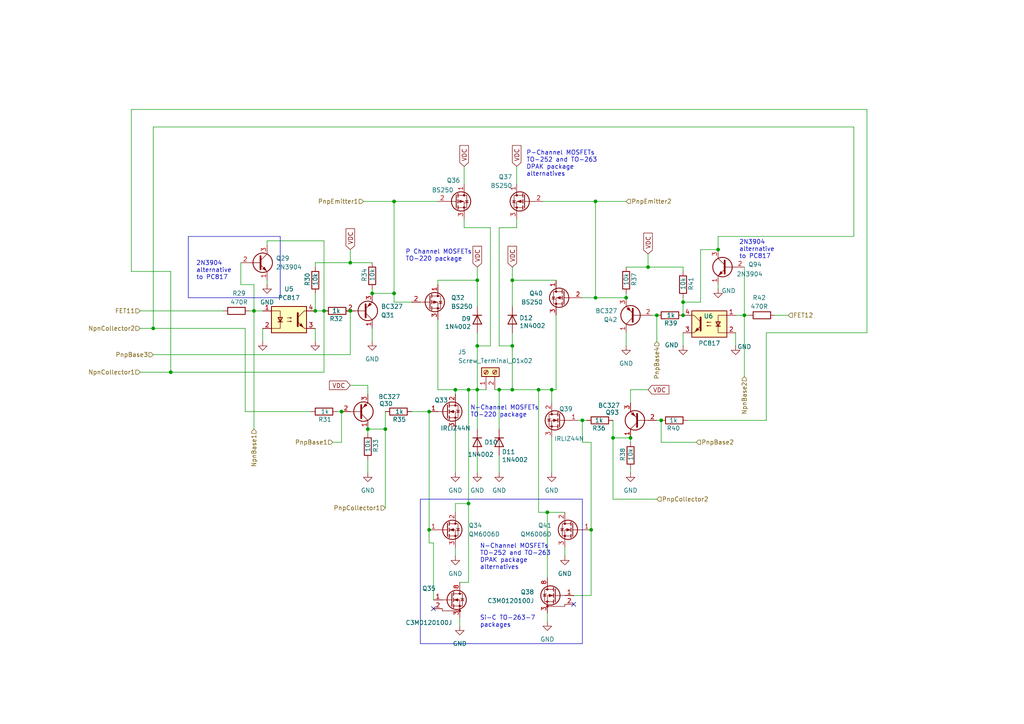
<source format=kicad_sch>
(kicad_sch (version 20250114) (generator "eeschema") (generator_version "9.0")
  (paper "A4")
  (lib_symbols
    (symbol "Connector:Screw_Terminal_01x02" (pin_names (offset 1.016) (hide yes))
      (property "Reference" "J" (at 0 2.54 0))
      (property "Value" "Screw_Terminal_01x02" (at 0 -5.08 0))
      (symbol "Screw_Terminal_01x02_1_1"
        (rectangle (start -1.27 1.27) (end 1.27 -3.81) (stroke (width 0.254)) (fill (type background)))
        (polyline (pts (xy -0.5334 0.3302) (xy 0.3302 -0.508)) (stroke (width 0.1524)))
        (polyline (pts (xy -0.5334 -2.2098) (xy 0.3302 -3.048)) (stroke (width 0.1524)))
        (polyline (pts (xy -0.3556 0.508) (xy 0.508 -0.3302)) (stroke (width 0.1524)))
        (polyline (pts (xy -0.3556 -2.032) (xy 0.508 -2.8702)) (stroke (width 0.1524)))
        (circle (center 0 0) (radius 0.635) (stroke (width 0.1524)))
        (circle (center 0 -2.54) (radius 0.635) (stroke (width 0.1524)))
        (pin passive line (at -5.08 0 0) (length 3.81) (name "Pin_1") (number "1"))
        (pin passive line (at -5.08 -2.54 0) (length 3.81) (name "Pin_2") (number "2"))
      )
    )
    (symbol "Device:R" (pin_numbers (hide yes)) (pin_names (offset 0))
      (property "Reference" "R" (at 2.032 0 90))
      (property "Value" "R" (at 0 0 90))
      (symbol "R_0_1"
        (rectangle (start -1.016 -2.54) (end 1.016 2.54) (stroke (width 0.254)))
      )
      (symbol "R_1_1"
        (pin passive line (at 0 3.81 270) (length 1.27) (name "~") (number "1"))
        (pin passive line (at 0 -3.81 90) (length 1.27) (name "~") (number "2"))
      )
    )
    (symbol "Diode:1N4002" (pin_numbers (hide yes)) (pin_names (hide yes))
      (property "Reference" "D" (at 0 2.54 0))
      (property "Value" "1N4002" (at 0 -2.54 0))
      (symbol "1N4002_0_1"
        (polyline (pts (xy -1.27 1.27) (xy -1.27 -1.27)) (stroke (width 0.254)))
        (polyline (pts (xy 1.27 1.27) (xy 1.27 -1.27) (xy -1.27 0) (xy 1.27 1.27)) (stroke (width 0.254)))
        (polyline (pts (xy 1.27 0) (xy -1.27 0)))
      )
      (symbol "1N4002_1_1"
        (pin passive line (at -3.81 0 0) (length 2.54) (name "K") (number "1"))
        (pin passive line (at 3.81 0 180) (length 2.54) (name "A") (number "2"))
      )
    )
    (symbol "Isolator:PC817" (pin_names (offset 1.016))
      (property "Reference" "U" (at -5.08 5.08 0))
      (property "Value" "PC817" (at 0 5.08 0))
      (symbol "PC817_0_1"
        (rectangle (start -5.08 3.81) (end 5.08 -3.81) (stroke (width 0.254)) (fill (type background)))
        (polyline (pts (xy -5.08 2.54) (xy -2.54 2.54) (xy -2.54 -0.635)))
        (polyline (pts (xy -3.175 -0.635) (xy -1.905 -0.635)) (stroke (width 0.254)))
        (polyline (pts (xy -2.54 -0.635) (xy -2.54 -2.54) (xy -5.08 -2.54)))
        (polyline (pts (xy -2.54 -0.635) (xy -3.175 0.635) (xy -1.905 0.635) (xy -2.54 -0.635)) (stroke (width 0.254)))
        (polyline (pts (xy -0.508 0.508) (xy 0.762 0.508) (xy 0.381 0.381) (xy 0.381 0.635) (xy 0.762 0.508)))
        (polyline (pts (xy -0.508 -0.508) (xy 0.762 -0.508) (xy 0.381 -0.635) (xy 0.381 -0.381) (xy 0.762 -0.508)))
        (polyline (pts (xy 2.54 1.905) (xy 2.54 -1.905) (xy 2.54 -1.905)) (stroke (width 0.508)))
        (polyline (pts (xy 2.54 0.635) (xy 4.445 2.54)))
        (polyline (pts (xy 3.048 -1.651) (xy 3.556 -1.143) (xy 4.064 -2.159) (xy 3.048 -1.651) (xy 3.048 -1.651)) (fill (type outline)))
        (polyline (pts (xy 4.445 2.54) (xy 5.08 2.54)))
        (polyline (pts (xy 4.445 -2.54) (xy 2.54 -0.635)) (fill (type outline)))
        (polyline (pts (xy 4.445 -2.54) (xy 5.08 -2.54)))
      )
      (symbol "PC817_1_1"
        (pin passive line (at -7.62 2.54 0) (length 2.54) (name "~") (number "1"))
        (pin passive line (at -7.62 -2.54 0) (length 2.54) (name "~") (number "2"))
        (pin passive line (at 7.62 2.54 180) (length 2.54) (name "~") (number "4"))
        (pin passive line (at 7.62 -2.54 180) (length 2.54) (name "~") (number "3"))
      )
    )
    (symbol "Transistor_BJT:2N3904" (pin_names (offset 0) (hide yes))
      (property "Reference" "Q" (at 5.08 1.905 0))
      (property "Value" "2N3904" (at 5.08 0 0))
      (symbol "2N3904_0_1"
        (polyline (pts (xy -2.54 0) (xy 0.635 0)))
        (polyline (pts (xy 0.635 1.905) (xy 0.635 -1.905)) (stroke (width 0.508)))
        (circle (center 1.27 0) (radius 2.8194) (stroke (width 0.254)))
      )
      (symbol "2N3904_1_1"
        (polyline (pts (xy 0.635 0.635) (xy 2.54 2.54)))
        (polyline (pts (xy 0.635 -0.635) (xy 2.54 -2.54)))
        (polyline (pts (xy 1.27 -1.778) (xy 1.778 -1.27) (xy 2.286 -2.286) (xy 1.27 -1.778)) (fill (type outline)))
        (pin input line (at -5.08 0 0) (length 2.54) (name "B") (number "2"))
        (pin passive line (at 2.54 5.08 270) (length 2.54) (name "C") (number "3"))
        (pin passive line (at 2.54 -5.08 90) (length 2.54) (name "E") (number "1"))
      )
    )
    (symbol "Transistor_BJT:BC327" (pin_names (offset 0) (hide yes))
      (property "Reference" "Q" (at 5.08 1.905 0))
      (property "Value" "BC327" (at 5.08 0 0))
      (symbol "BC327_0_1"
        (polyline (pts (xy -2.54 0) (xy 0.635 0)))
        (polyline (pts (xy 0.635 1.905) (xy 0.635 -1.905)) (stroke (width 0.508)))
        (polyline (pts (xy 0.635 0.635) (xy 2.54 2.54)))
        (polyline (pts (xy 0.635 -0.635) (xy 2.54 -2.54)))
        (circle (center 1.27 0) (radius 2.8194) (stroke (width 0.254)))
        (polyline (pts (xy 2.286 -1.778) (xy 1.778 -2.286) (xy 1.27 -1.27) (xy 2.286 -1.778)) (fill (type outline)))
      )
      (symbol "BC327_1_1"
        (pin input line (at -5.08 0 0) (length 2.54) (name "B") (number "2"))
        (pin passive line (at 2.54 5.08 270) (length 2.54) (name "C") (number "1"))
        (pin passive line (at 2.54 -5.08 90) (length 2.54) (name "E") (number "3"))
      )
    )
    (symbol "Transistor_FET:BS250" (pin_names (hide yes))
      (property "Reference" "Q" (at 5.08 1.905 0))
      (property "Value" "BS250" (at 5.08 0 0))
      (symbol "BS250_0_1"
        (polyline (pts (xy 0.254 1.905) (xy 0.254 -1.905)) (stroke (width 0.254)))
        (polyline (pts (xy 0.254 0) (xy -2.54 0)))
        (polyline (pts (xy 0.762 2.286) (xy 0.762 1.27)) (stroke (width 0.254)))
        (polyline (pts (xy 0.762 1.778) (xy 3.302 1.778) (xy 3.302 -1.778) (xy 0.762 -1.778)))
        (polyline (pts (xy 0.762 0.508) (xy 0.762 -0.508)) (stroke (width 0.254)))
        (polyline (pts (xy 0.762 -1.27) (xy 0.762 -2.286)) (stroke (width 0.254)))
        (circle (center 1.651 0) (radius 2.794) (stroke (width 0.254)))
        (polyline (pts (xy 2.286 0) (xy 1.27 0.381) (xy 1.27 -0.381) (xy 2.286 0)) (fill (type outline)))
        (polyline (pts (xy 2.54 2.54) (xy 2.54 1.778)))
        (circle (center 2.54 1.778) (radius 0.254) (fill (type outline)))
        (circle (center 2.54 -1.778) (radius 0.254) (fill (type outline)))
        (polyline (pts (xy 2.54 -2.54) (xy 2.54 0) (xy 0.762 0)))
        (polyline (pts (xy 2.794 -0.508) (xy 2.921 -0.381) (xy 3.683 -0.381) (xy 3.81 -0.254)))
        (polyline (pts (xy 3.302 -0.381) (xy 2.921 0.254) (xy 3.683 0.254) (xy 3.302 -0.381)))
      )
      (symbol "BS250_1_1"
        (pin input line (at -5.08 0 0) (length 2.54) (name "G") (number "2"))
        (pin passive line (at 2.54 5.08 270) (length 2.54) (name "D") (number "1"))
        (pin passive line (at 2.54 -5.08 90) (length 2.54) (name "S") (number "3"))
      )
    )
    (symbol "Transistor_FET:C3M0120100J" (pin_names (hide yes))
      (property "Reference" "Q" (at 5.08 1.905 0))
      (property "Value" "C3M0120100J" (at 5.08 0 0))
      (symbol "C3M0120100J_0_1"
        (polyline (pts (xy -2.54 -2.54) (xy -2.54 -3.175) (xy 2.54 -3.175)))
        (polyline (pts (xy 0.254 1.905) (xy 0.254 -1.905)) (stroke (width 0.254)))
        (polyline (pts (xy 0.254 0) (xy -2.54 0)))
        (polyline (pts (xy 0.762 2.286) (xy 0.762 1.27)) (stroke (width 0.254)))
        (polyline (pts (xy 0.762 0.508) (xy 0.762 -0.508)) (stroke (width 0.254)))
        (polyline (pts (xy 0.762 -1.27) (xy 0.762 -2.286)) (stroke (width 0.254)))
        (polyline (pts (xy 0.762 -1.778) (xy 3.302 -1.778) (xy 3.302 1.778) (xy 0.762 1.778)))
        (polyline (pts (xy 1.016 0) (xy 2.032 0.381) (xy 2.032 -0.381) (xy 1.016 0)) (fill (type outline)))
        (circle (center 1.651 0) (radius 2.794) (stroke (width 0.254)))
        (polyline (pts (xy 2.54 2.54) (xy 2.54 1.778)))
        (circle (center 2.54 1.778) (radius 0.254) (fill (type outline)))
        (circle (center 2.54 -1.778) (radius 0.254) (fill (type outline)))
        (polyline (pts (xy 2.54 -2.54) (xy 2.54 0) (xy 0.762 0)))
        (circle (center 2.54 -3.175) (radius 0.2794) (fill (type outline)))
        (polyline (pts (xy 2.794 0.508) (xy 2.921 0.381) (xy 3.683 0.381) (xy 3.81 0.254)))
        (polyline (pts (xy 3.302 0.381) (xy 2.921 -0.254) (xy 3.683 -0.254) (xy 3.302 0.381)))
      )
      (symbol "C3M0120100J_1_1"
        (pin input line (at -5.08 0 0) (length 2.54) (name "G") (number "1"))
        (pin passive line (at -5.08 -2.54 0) (length 2.54) (name "DS") (number "2"))
        (pin passive line (at 2.54 5.08 270) (length 2.54) (name "D") (number "8"))
        (pin passive line (at 2.54 -5.08 90) (length 2.54) (name "S") (number "3"))
        (pin passive line (at 2.54 -5.08 90) (length 2.54) (hide yes) (name "S") (number "4"))
        (pin passive line (at 2.54 -5.08 90) (length 2.54) (hide yes) (name "S") (number "5"))
        (pin passive line (at 2.54 -5.08 90) (length 2.54) (hide yes) (name "S") (number "6"))
        (pin passive line (at 2.54 -5.08 90) (length 2.54) (hide yes) (name "S") (number "7"))
      )
    )
    (symbol "Transistor_FET:IRLIZ44N" (pin_names (hide yes))
      (property "Reference" "Q" (at 5.08 1.905 0))
      (property "Value" "IRLIZ44N" (at 5.08 0 0))
      (symbol "IRLIZ44N_0_1"
        (polyline (pts (xy 0.254 1.905) (xy 0.254 -1.905)) (stroke (width 0.254)))
        (polyline (pts (xy 0.254 0) (xy -2.54 0)))
        (polyline (pts (xy 0.762 2.286) (xy 0.762 1.27)) (stroke (width 0.254)))
        (polyline (pts (xy 0.762 0.508) (xy 0.762 -0.508)) (stroke (width 0.254)))
        (polyline (pts (xy 0.762 -1.27) (xy 0.762 -2.286)) (stroke (width 0.254)))
        (polyline (pts (xy 0.762 -1.778) (xy 3.302 -1.778) (xy 3.302 1.778) (xy 0.762 1.778)))
        (polyline (pts (xy 1.016 0) (xy 2.032 0.381) (xy 2.032 -0.381) (xy 1.016 0)) (fill (type outline)))
        (circle (center 1.651 0) (radius 2.794) (stroke (width 0.254)))
        (polyline (pts (xy 2.54 2.54) (xy 2.54 1.778)))
        (circle (center 2.54 1.778) (radius 0.254) (fill (type outline)))
        (circle (center 2.54 -1.778) (radius 0.254) (fill (type outline)))
        (polyline (pts (xy 2.54 -2.54) (xy 2.54 0) (xy 0.762 0)))
        (polyline (pts (xy 2.794 0.508) (xy 2.921 0.381) (xy 3.683 0.381) (xy 3.81 0.254)))
        (polyline (pts (xy 3.302 0.381) (xy 2.921 -0.254) (xy 3.683 -0.254) (xy 3.302 0.381)))
      )
      (symbol "IRLIZ44N_1_1"
        (pin input line (at -5.08 0 0) (length 2.54) (name "G") (number "1"))
        (pin passive line (at 2.54 5.08 270) (length 2.54) (name "D") (number "2"))
        (pin passive line (at 2.54 -5.08 90) (length 2.54) (name "S") (number "3"))
      )
    )
    (symbol "Transistor_FET:QM6006D" (pin_names (hide yes))
      (property "Reference" "Q" (at 5.08 1.905 0))
      (property "Value" "QM6006D" (at 5.08 0 0))
      (symbol "QM6006D_0_1"
        (polyline (pts (xy 0.254 1.905) (xy 0.254 -1.905)) (stroke (width 0.254)))
        (polyline (pts (xy 0.254 0) (xy -2.54 0)))
        (polyline (pts (xy 0.762 2.286) (xy 0.762 1.27)) (stroke (width 0.254)))
        (polyline (pts (xy 0.762 0.508) (xy 0.762 -0.508)) (stroke (width 0.254)))
        (polyline (pts (xy 0.762 -1.27) (xy 0.762 -2.286)) (stroke (width 0.254)))
        (polyline (pts (xy 0.762 -1.778) (xy 3.302 -1.778) (xy 3.302 1.778) (xy 0.762 1.778)))
        (polyline (pts (xy 1.016 0) (xy 2.032 0.381) (xy 2.032 -0.381) (xy 1.016 0)) (fill (type outline)))
        (circle (center 1.651 0) (radius 2.794) (stroke (width 0.254)))
        (polyline (pts (xy 2.54 2.54) (xy 2.54 1.778)))
        (circle (center 2.54 1.778) (radius 0.254) (fill (type outline)))
        (circle (center 2.54 -1.778) (radius 0.254) (fill (type outline)))
        (polyline (pts (xy 2.54 -2.54) (xy 2.54 0) (xy 0.762 0)))
        (polyline (pts (xy 2.794 0.508) (xy 2.921 0.381) (xy 3.683 0.381) (xy 3.81 0.254)))
        (polyline (pts (xy 3.302 0.381) (xy 2.921 -0.254) (xy 3.683 -0.254) (xy 3.302 0.381)))
      )
      (symbol "QM6006D_1_1"
        (pin input line (at -5.08 0 0) (length 2.54) (name "G") (number "1"))
        (pin passive line (at 2.54 5.08 270) (length 2.54) (name "D") (number "2"))
        (pin passive line (at 2.54 -5.08 90) (length 2.54) (name "S") (number "3"))
      )
    )
    (symbol "power:GND" (power) (pin_numbers (hide yes)) (pin_names (offset 0) (hide yes))
      (property "Value" "GND" (at 0 -3.81 0))
      (symbol "GND_0_1"
        (polyline (pts (xy 0 0) (xy 0 -1.27) (xy 1.27 -1.27) (xy 0 -2.54) (xy -1.27 -1.27) (xy 0 -1.27)))
      )
      (symbol "GND_1_1"
        (pin power_in line (at 0 0 270) (length 0) (name "~") (number "1"))
      )
    )
  )
  (rectangle (start 54.61 68.58) (end 81.28 86.36))
  (rectangle (start 121.92 144.78) (end 168.91 186.69))
  (text "N-Channel MOSFETs\nTO-252 and TO-263\nDPAK package \nalternatives" (at 139.192 161.544 0) (effects (font (size 1.27 1.27)) (justify left)))
  (text "P Channel MOSFETs\nTO-220 package" (at 117.602 74.168 0) (effects (font (size 1.27 1.27)) (justify left)))
  (text "2N3904 \nalternative\nto PC817" (at 56.896 78.486 0) (effects (font (size 1.27 1.27)) (justify left)))
  (text "P-Channel MOSFETs\nTO-252 and TO-263\nDPAK package \nalternatives" (at 152.654 47.498 0) (effects (font (size 1.27 1.27)) (justify left)))
  (text "N-Channel MOSFETs\nTO-220 package" (at 136.398 119.38 0) (effects (font (size 1.27 1.27)) (justify left)))
  (text "Si-C TO-263-7\npackages" (at 139.192 180.34 0) (effects (font (size 1.27 1.27)) (justify left)))
  (text "2N3904 \nalternative\nto PC817" (at 214.376 72.39 0) (effects (font (size 1.27 1.27)) (justify left)))
  (junction (at 198.12 87.63))
  (junction (at 49.53 107.95))
  (junction (at 148.59 81.28))
  (junction (at 172.72 86.36))
  (junction (at 138.43 100.33))
  (junction (at 172.72 58.42))
  (junction (at 44.45 95.25))
  (junction (at 168.91 121.92))
  (junction (at 106.68 124.46))
  (junction (at 101.6 90.17))
  (junction (at 148.59 100.33))
  (junction (at 114.3 58.42))
  (junction (at 198.12 91.44))
  (junction (at 135.89 146.05))
  (junction (at 91.44 90.17))
  (junction (at 171.45 153.67))
  (junction (at 148.59 113.03))
  (junction (at 138.43 113.03))
  (junction (at 144.78 113.03))
  (junction (at 215.9 91.44))
  (junction (at 93.98 90.17))
  (junction (at 187.96 77.47))
  (junction (at 181.61 86.36))
  (junction (at 124.46 119.38))
  (junction (at 156.21 113.03))
  (junction (at 73.66 90.17))
  (junction (at 182.88 127))
  (junction (at 135.89 113.03))
  (junction (at 107.95 85.09))
  (junction (at 160.02 113.03))
  (junction (at 132.08 113.03))
  (junction (at 177.8 127))
  (junction (at 111.76 124.46))
  (junction (at 190.5 91.44))
  (junction (at 208.28 72.39))
  (junction (at 191.77 121.92))
  (junction (at 99.06 119.38))
  (junction (at 124.46 153.67))
  (junction (at 114.3 85.09))
  (junction (at 158.75 148.59))
  (junction (at 101.6 76.2))
  (junction (at 138.43 81.28))
  (no_connect (at 166.37 175.26))
  (no_connect (at 125.73 176.53))
  (wire (pts (xy 77.47 81.28) (xy 77.47 82.55)))
  (wire (pts (xy 138.43 96.52) (xy 138.43 100.33)))
  (wire (pts (xy 158.75 148.59) (xy 163.83 148.59)))
  (wire (pts (xy 132.08 113.03) (xy 132.08 114.3)))
  (wire (pts (xy 187.96 73.66) (xy 187.96 77.47)))
  (wire (pts (xy 71.12 95.25) (xy 71.12 119.38)))
  (wire (pts (xy 99.06 119.38) (xy 97.79 119.38)))
  (wire (pts (xy 144.78 113.03) (xy 143.51 113.03)))
  (wire (pts (xy 161.29 91.44) (xy 161.29 113.03)))
  (wire (pts (xy 101.6 102.87) (xy 101.6 90.17)))
  (wire (pts (xy 149.86 66.04) (xy 149.86 63.5)))
  (wire (pts (xy 160.02 127) (xy 160.02 137.16)))
  (wire (pts (xy 93.98 90.17) (xy 91.44 90.17)))
  (wire (pts (xy 198.12 78.74) (xy 198.12 77.47)))
  (wire (pts (xy 168.91 121.92) (xy 170.18 121.92)))
  (wire (pts (xy 44.45 36.83) (xy 44.45 95.25)))
  (wire (pts (xy 72.39 90.17) (xy 73.66 90.17)))
  (wire (pts (xy 187.96 113.03) (xy 182.88 113.03)))
  (wire (pts (xy 138.43 77.47) (xy 138.43 81.28)))
  (wire (pts (xy 38.1 31.75) (xy 38.1 78.74)))
  (wire (pts (xy 138.43 100.33) (xy 138.43 113.03)))
  (wire (pts (xy 144.78 113.03) (xy 144.78 124.46)))
  (wire (pts (xy 71.12 119.38) (xy 90.17 119.38)))
  (wire (pts (xy 107.95 95.25) (xy 107.95 99.06)))
  (wire (pts (xy 148.59 96.52) (xy 148.59 100.33)))
  (wire (pts (xy 132.08 158.75) (xy 132.08 161.29)))
  (wire (pts (xy 124.46 119.38) (xy 124.46 153.67)))
  (wire (pts (xy 114.3 85.09) (xy 107.95 85.09)))
  (wire (pts (xy 73.66 90.17) (xy 76.2 90.17)))
  (wire (pts (xy 247.65 36.83) (xy 44.45 36.83)))
  (wire (pts (xy 251.46 31.75) (xy 38.1 31.75)))
  (wire (pts (xy 148.59 77.47) (xy 148.59 81.28)))
  (wire (pts (xy 93.98 107.95) (xy 93.98 90.17)))
  (wire (pts (xy 91.44 85.09) (xy 91.44 90.17)))
  (wire (pts (xy 144.78 100.33) (xy 148.59 100.33)))
  (wire (pts (xy 96.52 128.27) (xy 99.06 128.27)))
  (wire (pts (xy 182.88 127) (xy 182.88 128.27)))
  (wire (pts (xy 106.68 111.76) (xy 106.68 114.3)))
  (wire (pts (xy 38.1 78.74) (xy 49.53 78.74)))
  (wire (pts (xy 127 113.03) (xy 132.08 113.03)))
  (wire (pts (xy 149.86 48.26) (xy 149.86 53.34)))
  (wire (pts (xy 44.45 102.87) (xy 101.6 102.87)))
  (wire (pts (xy 148.59 81.28) (xy 161.29 81.28)))
  (wire (pts (xy 161.29 113.03) (xy 160.02 113.03)))
  (wire (pts (xy 132.08 148.59) (xy 132.08 146.05)))
  (wire (pts (xy 127 92.71) (xy 127 113.03)))
  (wire (pts (xy 106.68 124.46) (xy 111.76 124.46)))
  (wire (pts (xy 167.64 121.92) (xy 168.91 121.92)))
  (wire (pts (xy 138.43 113.03) (xy 135.89 113.03)))
  (wire (pts (xy 177.8 127) (xy 182.88 127)))
  (wire (pts (xy 198.12 77.47) (xy 187.96 77.47)))
  (wire (pts (xy 215.9 109.22) (xy 215.9 91.44)))
  (wire (pts (xy 172.72 58.42) (xy 181.61 58.42)))
  (wire (pts (xy 144.78 113.03) (xy 148.59 113.03)))
  (wire (pts (xy 168.91 86.36) (xy 172.72 86.36)))
  (wire (pts (xy 124.46 157.48) (xy 124.46 153.67)))
  (wire (pts (xy 222.25 96.52) (xy 251.46 96.52)))
  (wire (pts (xy 106.68 124.46) (xy 106.68 125.73)))
  (wire (pts (xy 138.43 132.08) (xy 138.43 137.16)))
  (wire (pts (xy 177.8 121.92) (xy 177.8 127)))
  (wire (pts (xy 91.44 95.25) (xy 91.44 99.06)))
  (wire (pts (xy 181.61 96.52) (xy 181.61 100.33)))
  (wire (pts (xy 158.75 177.8) (xy 158.75 180.34)))
  (wire (pts (xy 71.12 95.25) (xy 44.45 95.25)))
  (wire (pts (xy 190.5 121.92) (xy 191.77 121.92)))
  (wire (pts (xy 111.76 124.46) (xy 111.76 147.32)))
  (wire (pts (xy 148.59 81.28) (xy 148.59 88.9)))
  (wire (pts (xy 208.28 68.58) (xy 247.65 68.58)))
  (wire (pts (xy 222.25 121.92) (xy 199.39 121.92)))
  (wire (pts (xy 114.3 58.42) (xy 127 58.42)))
  (wire (pts (xy 182.88 135.89) (xy 182.88 137.16)))
  (wire (pts (xy 101.6 90.17) (xy 100.33 90.17)))
  (wire (pts (xy 125.73 173.99) (xy 125.73 157.48)))
  (wire (pts (xy 49.53 78.74) (xy 49.53 107.95)))
  (wire (pts (xy 134.62 66.04) (xy 142.24 66.04)))
  (wire (pts (xy 40.64 90.17) (xy 64.77 90.17)))
  (wire (pts (xy 101.6 72.39) (xy 101.6 76.2)))
  (wire (pts (xy 160.02 113.03) (xy 156.21 113.03)))
  (wire (pts (xy 224.79 91.44) (xy 228.6 91.44)))
  (wire (pts (xy 125.73 157.48) (xy 124.46 157.48)))
  (wire (pts (xy 201.93 128.27) (xy 191.77 128.27)))
  (wire (pts (xy 144.78 132.08) (xy 144.78 137.16)))
  (wire (pts (xy 133.35 179.07) (xy 133.35 181.61)))
  (wire (pts (xy 198.12 86.36) (xy 198.12 87.63)))
  (wire (pts (xy 191.77 128.27) (xy 191.77 121.92)))
  (wire (pts (xy 91.44 76.2) (xy 101.6 76.2)))
  (wire (pts (xy 158.75 167.64) (xy 158.75 148.59)))
  (wire (pts (xy 69.85 82.55) (xy 73.66 82.55)))
  (wire (pts (xy 149.86 66.04) (xy 144.78 66.04)))
  (wire (pts (xy 190.5 99.06) (xy 190.5 91.44)))
  (wire (pts (xy 138.43 81.28) (xy 138.43 88.9)))
  (wire (pts (xy 106.68 133.35) (xy 106.68 137.16)))
  (wire (pts (xy 251.46 96.52) (xy 251.46 31.75)))
  (wire (pts (xy 208.28 68.58) (xy 208.28 72.39)))
  (wire (pts (xy 156.21 113.03) (xy 156.21 148.59)))
  (wire (pts (xy 172.72 86.36) (xy 181.61 86.36)))
  (wire (pts (xy 105.41 58.42) (xy 114.3 58.42)))
  (wire (pts (xy 77.47 69.85) (xy 77.47 71.12)))
  (wire (pts (xy 114.3 87.63) (xy 119.38 87.63)))
  (wire (pts (xy 177.8 144.78) (xy 177.8 127)))
  (wire (pts (xy 73.66 90.17) (xy 73.66 124.46)))
  (wire (pts (xy 76.2 95.25) (xy 76.2 99.06)))
  (wire (pts (xy 101.6 111.76) (xy 106.68 111.76)))
  (wire (pts (xy 138.43 113.03) (xy 138.43 124.46)))
  (wire (pts (xy 127 81.28) (xy 127 82.55)))
  (wire (pts (xy 156.21 113.03) (xy 148.59 113.03)))
  (wire (pts (xy 157.48 58.42) (xy 172.72 58.42)))
  (wire (pts (xy 73.66 82.55) (xy 73.66 90.17)))
  (wire (pts (xy 44.45 95.25) (xy 40.64 95.25)))
  (wire (pts (xy 40.64 107.95) (xy 49.53 107.95)))
  (wire (pts (xy 203.2 72.39) (xy 208.28 72.39)))
  (wire (pts (xy 134.62 63.5) (xy 134.62 66.04)))
  (wire (pts (xy 119.38 119.38) (xy 124.46 119.38)))
  (wire (pts (xy 107.95 83.82) (xy 107.95 85.09)))
  (wire (pts (xy 114.3 58.42) (xy 114.3 85.09)))
  (wire (pts (xy 172.72 58.42) (xy 172.72 86.36)))
  (wire (pts (xy 190.5 144.78) (xy 177.8 144.78)))
  (wire (pts (xy 203.2 87.63) (xy 203.2 72.39)))
  (wire (pts (xy 181.61 85.09) (xy 181.61 86.36)))
  (wire (pts (xy 171.45 153.67) (xy 171.45 128.27)))
  (wire (pts (xy 213.36 96.52) (xy 213.36 100.33)))
  (wire (pts (xy 132.08 124.46) (xy 132.08 137.16)))
  (wire (pts (xy 213.36 91.44) (xy 215.9 91.44)))
  (wire (pts (xy 69.85 76.2) (xy 69.85 82.55)))
  (wire (pts (xy 156.21 148.59) (xy 158.75 148.59)))
  (wire (pts (xy 198.12 87.63) (xy 203.2 87.63)))
  (wire (pts (xy 166.37 172.72) (xy 171.45 172.72)))
  (wire (pts (xy 215.9 77.47) (xy 215.9 91.44)))
  (wire (pts (xy 190.5 91.44) (xy 189.23 91.44)))
  (wire (pts (xy 208.28 83.82) (xy 208.28 82.55)))
  (wire (pts (xy 135.89 113.03) (xy 132.08 113.03)))
  (wire (pts (xy 148.59 100.33) (xy 148.59 113.03)))
  (wire (pts (xy 140.97 113.03) (xy 138.43 113.03)))
  (wire (pts (xy 91.44 77.47) (xy 91.44 76.2)))
  (wire (pts (xy 222.25 96.52) (xy 222.25 121.92)))
  (wire (pts (xy 217.17 91.44) (xy 215.9 91.44)))
  (wire (pts (xy 142.24 66.04) (xy 142.24 100.33)))
  (wire (pts (xy 111.76 119.38) (xy 111.76 124.46)))
  (wire (pts (xy 182.88 113.03) (xy 182.88 116.84)))
  (wire (pts (xy 49.53 107.95) (xy 93.98 107.95)))
  (wire (pts (xy 171.45 128.27) (xy 168.91 128.27)))
  (wire (pts (xy 247.65 68.58) (xy 247.65 36.83)))
  (wire (pts (xy 198.12 87.63) (xy 198.12 91.44)))
  (wire (pts (xy 135.89 146.05) (xy 135.89 168.91)))
  (wire (pts (xy 198.12 96.52) (xy 198.12 100.33)))
  (wire (pts (xy 160.02 116.84) (xy 160.02 113.03)))
  (wire (pts (xy 127 81.28) (xy 138.43 81.28)))
  (wire (pts (xy 187.96 77.47) (xy 181.61 77.47)))
  (wire (pts (xy 171.45 172.72) (xy 171.45 153.67)))
  (wire (pts (xy 133.35 168.91) (xy 135.89 168.91)))
  (wire (pts (xy 132.08 146.05) (xy 135.89 146.05)))
  (wire (pts (xy 93.98 69.85) (xy 93.98 90.17)))
  (wire (pts (xy 168.91 128.27) (xy 168.91 121.92)))
  (wire (pts (xy 114.3 87.63) (xy 114.3 85.09)))
  (wire (pts (xy 99.06 128.27) (xy 99.06 119.38)))
  (wire (pts (xy 134.62 48.26) (xy 134.62 53.34)))
  (wire (pts (xy 101.6 76.2) (xy 107.95 76.2)))
  (wire (pts (xy 163.83 158.75) (xy 163.83 161.29)))
  (wire (pts (xy 77.47 69.85) (xy 93.98 69.85)))
  (wire (pts (xy 142.24 100.33) (xy 138.43 100.33)))
  (wire (pts (xy 144.78 66.04) (xy 144.78 100.33)))
  (wire (pts (xy 135.89 146.05) (xy 135.89 113.03)))
  (global_label "VDC" (shape input) (at 148.59 77.47 90) (property "Intersheetrefs" "${INTERSHEET_REFS}" (effects (hide yes))))
  (global_label "VDC" (shape input) (at 149.86 48.26 90) (property "Intersheetrefs" "${INTERSHEET_REFS}" (effects (hide yes))))
  (global_label "VDC" (shape input) (at 101.6 72.39 90) (property "Intersheetrefs" "${INTERSHEET_REFS}" (effects (hide yes))))
  (global_label "VDC" (shape input) (at 101.6 111.76 180) (property "Intersheetrefs" "${INTERSHEET_REFS}" (effects (hide yes))))
  (global_label "VDC" (shape input) (at 187.96 113.03 0) (property "Intersheetrefs" "${INTERSHEET_REFS}" (effects (hide yes))))
  (global_label "VDC" (shape input) (at 134.62 48.26 90) (property "Intersheetrefs" "${INTERSHEET_REFS}" (effects (hide yes))))
  (global_label "VDC" (shape input) (at 187.96 73.66 90) (property "Intersheetrefs" "${INTERSHEET_REFS}" (effects (hide yes))))
  (global_label "VDC" (shape input) (at 138.43 77.47 90) (property "Intersheetrefs" "${INTERSHEET_REFS}" (effects (hide yes))))
  (hierarchical_label "PnpBase3" (shape input) (at 44.45 102.87 180))
  (hierarchical_label "PnpEmitter1" (shape input) (at 105.41 58.42 180))
  (hierarchical_label "NpnBase2" (shape input) (at 215.9 109.22 270))
  (hierarchical_label "NpnBase1" (shape input) (at 73.66 124.46 270))
  (hierarchical_label "PnpCollector1" (shape input) (at 111.76 147.32 180))
  (hierarchical_label "PnpCollector2" (shape input) (at 190.5 144.78 0))
  (hierarchical_label "FET12" (shape input) (at 228.6 91.44 0))
  (hierarchical_label "PnpEmitter2" (shape input) (at 181.61 58.42 0))
  (hierarchical_label "PnpBase4" (shape input) (at 190.5 99.06 270))
  (hierarchical_label "FET11" (shape input) (at 40.64 90.17 180) (property "Netclass" "Default" (effects (hide yes))))
  (hierarchical_label "NpnCollector1" (shape input) (at 40.64 107.95 180))
  (hierarchical_label "PnpBase2" (shape input) (at 201.93 128.27 0))
  (hierarchical_label "NpnCollector2" (shape input) (at 40.64 95.25 180))
  (hierarchical_label "PnpBase1" (shape input) (at 96.52 128.27 180))
  (symbol (lib_id "Transistor_FET:BS250") (at 132.08 58.42 0) (unit 1)
    (property "Reference" "Q36" (at 129.54 52.324 0) (effects (justify left)))
    (property "Value" "BS250" (at 125.222 55.118 0) (effects (justify left)))
    (property "Footprint" "Footprints:TO-263-2_Extended" (effects (hide yes)))
    (property "Datasheet" "http://www.vishay.com/docs/70209/70209.pdf" (effects (hide yes)))
    (property "Description" "-0.18A Id, -45V Vds, P-Channel MOSFET, TO-92" (effects (hide yes)))
  )
  (symbol (lib_id "power:GND") (at 182.88 137.16 0) (unit 1)
    (property "Reference" "#PWR050" (effects (hide yes)))
    (property "Value" "GND" (at 182.88 142.24 0))
    (property "Description" "Power symbol creates a global label with name \"GND\" , ground" (effects (hide yes)))
  )
  (symbol (lib_id "Device:R") (at 173.99 121.92 270) (unit 1)
    (property "Reference" "R36" (at 173.736 124.206 90))
    (property "Value" "1k" (at 173.736 121.92 90))
    (property "Footprint" "Footprints:R_Axial_Clean" (effects (hide yes)))
    (property "Description" "Resistor" (effects (hide yes)))
  )
  (symbol (lib_id "power:GND") (at 213.36 100.33 0) (mirror y) (unit 1)
    (property "Reference" "#PWR0117" (effects (hide yes)))
    (property "Value" "GND" (at 215.9 100.584 0))
    (property "Description" "Power symbol creates a global label with name \"GND\" , ground" (effects (hide yes)))
  )
  (symbol (lib_id "Diode:1N4002") (at 148.59 92.71 270) (unit 1)
    (property "Reference" "D12" (at 150.622 92.202 90) (effects (justify left)))
    (property "Value" "1N4002" (at 150.622 94.488 90) (effects (justify left)))
    (property "Footprint" "Footprints:D_DO-41_SOD81_P10.16mm_Horizontal" (effects (hide yes)))
    (property "Datasheet" "http://www.vishay.com/docs/88503/1n4001.pdf" (effects (hide yes)))
    (property "Description" "100V 1A General Purpose Rectifier Diode, DO-41" (effects (hide yes)))
    (property "Sim.Device" "D" (effects (hide yes)))
    (property "Sim.Pins" "1=K 2=A" (effects (hide yes)))
  )
  (symbol (lib_id "power:GND") (at 198.12 100.33 0) (mirror y) (unit 1)
    (property "Reference" "#PWR051" (effects (hide yes)))
    (property "Value" "GND" (at 194.818 100.076 0))
    (property "Description" "Power symbol creates a global label with name \"GND\" , ground" (effects (hide yes)))
  )
  (symbol (lib_id "power:GND") (at 132.08 161.29 0) (unit 1)
    (property "Reference" "#PWR042" (effects (hide yes)))
    (property "Value" "GND" (at 132.08 166.37 0))
    (property "Description" "Power symbol creates a global label with name \"GND\" , ground" (effects (hide yes)))
  )
  (symbol (lib_id "Transistor_FET:IRLIZ44N") (at 162.56 121.92 0) (mirror y) (unit 1)
    (property "Reference" "Q39" (at 166.116 118.618 0) (effects (justify left)))
    (property "Value" "IRLIZ44N" (at 169.418 127.254 0) (effects (justify left)))
    (property "Footprint" "Footprints:TO-220-3_EXTENDED" (effects (hide yes)))
    (property "Datasheet" "http://www.irf.com/product-info/datasheets/data/irliz44n.pdf" (effects (hide yes)))
    (property "Description" "30A Id, 55V Vds, 22mOhm Rds, N-Channel HEXFET Power MOSFET, TO-220AB" (effects (hide yes)))
  )
  (symbol (lib_id "Diode:1N4002") (at 138.43 128.27 270) (unit 1)
    (property "Reference" "D10" (at 140.462 128.27 90) (effects (justify left)))
    (property "Value" "1N4002" (at 135.636 131.826 90) (effects (justify left)))
    (property "Footprint" "Footprints:D_DO-41_SOD81_P10.16mm_Horizontal" (effects (hide yes)))
    (property "Datasheet" "http://www.vishay.com/docs/88503/1n4001.pdf" (effects (hide yes)))
    (property "Description" "100V 1A General Purpose Rectifier Diode, DO-41" (effects (hide yes)))
    (property "Sim.Device" "D" (effects (hide yes)))
    (property "Sim.Pins" "1=K 2=A" (effects (hide yes)))
  )
  (symbol (lib_id "Device:R") (at 97.79 90.17 270) (unit 1)
    (property "Reference" "R32" (at 97.536 92.456 90))
    (property "Value" "1k" (at 97.536 90.17 90))
    (property "Footprint" "Footprints:R_Axial_Clean" (effects (hide yes)))
    (property "Description" "Resistor" (effects (hide yes)))
  )
  (symbol (lib_id "Device:R") (at 107.95 80.01 180) (unit 1)
    (property "Reference" "R34" (at 105.664 79.756 90))
    (property "Value" "10k" (at 107.95 79.756 90))
    (property "Footprint" "Footprints:R_Axial_Clean" (effects (hide yes)))
    (property "Description" "Resistor" (effects (hide yes)))
  )
  (symbol (lib_id "Diode:1N4002") (at 138.43 92.71 270) (unit 1)
    (property "Reference" "D9" (at 133.858 92.456 90) (effects (justify left)))
    (property "Value" "1N4002" (at 129.032 94.742 90) (effects (justify left)))
    (property "Footprint" "Footprints:D_DO-41_SOD81_P10.16mm_Horizontal" (effects (hide yes)))
    (property "Datasheet" "http://www.vishay.com/docs/88503/1n4001.pdf" (effects (hide yes)))
    (property "Description" "100V 1A General Purpose Rectifier Diode, DO-41" (effects (hide yes)))
    (property "Sim.Device" "D" (effects (hide yes)))
    (property "Sim.Pins" "1=K 2=A" (effects (hide yes)))
  )
  (symbol (lib_id "Device:R") (at 93.98 119.38 90) (mirror x) (unit 1)
    (property "Reference" "R31" (at 94.234 121.666 90))
    (property "Value" "1k" (at 94.234 119.38 90))
    (property "Footprint" "Footprints:R_Axial_Clean" (effects (hide yes)))
    (property "Description" "Resistor" (effects (hide yes)))
  )
  (symbol (lib_id "Transistor_BJT:BC327") (at 185.42 121.92 180) (unit 1)
    (property "Reference" "Q93" (at 179.578 119.634 0) (effects (justify left)))
    (property "Value" "BC327" (at 179.832 117.602 0) (effects (justify left)))
    (property "Footprint" "Footprints:TO-92_Expanded" (effects (hide yes)))
    (property "Datasheet" "http://www.onsemi.com/pub_link/Collateral/BC327-D.PDF" (effects (hide yes)))
    (property "Description" "0.8A Ic, 45V Vce, PNP Transistor, TO-92" (effects (hide yes)))
  )
  (symbol (lib_id "power:GND") (at 163.83 161.29 0) (unit 1)
    (property "Reference" "#PWR048" (effects (hide yes)))
    (property "Value" "GND" (at 163.83 166.37 0))
    (property "Description" "Power symbol creates a global label with name \"GND\" , ground" (effects (hide yes)))
  )
  (symbol (lib_id "power:GND") (at 132.08 137.16 0) (unit 1)
    (property "Reference" "#PWR041" (effects (hide yes)))
    (property "Value" "GND" (at 132.08 142.24 0))
    (property "Description" "Power symbol creates a global label with name \"GND\" , ground" (effects (hide yes)))
  )
  (symbol (lib_id "power:GND") (at 144.78 137.16 0) (unit 1)
    (property "Reference" "#PWR045" (effects (hide yes)))
    (property "Value" "GND" (at 144.78 142.24 0))
    (property "Description" "Power symbol creates a global label with name \"GND\" , ground" (effects (hide yes)))
  )
  (symbol (lib_id "Device:R") (at 195.58 121.92 270) (unit 1)
    (property "Reference" "R40" (at 195.326 124.206 90))
    (property "Value" "1k" (at 195.326 121.92 90))
    (property "Footprint" "Footprints:R_Axial_Clean" (effects (hide yes)))
    (property "Description" "Resistor" (effects (hide yes)))
  )
  (symbol (lib_id "Isolator:PC817") (at 205.74 93.98 0) (mirror y) (unit 1)
    (property "Reference" "U6" (at 205.486 91.694 0))
    (property "Value" "PC817" (at 205.74 99.568 0))
    (property "Footprint" "Footprints:DIP-4_W7.62mm" (effects (hide yes)))
    (property "Datasheet" "http://www.soselectronic.cz/a_info/resource/d/pc817.pdf" (effects (hide yes)))
    (property "Description" "DC Optocoupler, Vce 35V, CTR 50-300%, DIP-4" (effects (hide yes)))
  )
  (symbol (lib_id "Diode:1N4002") (at 144.78 128.27 270) (unit 1)
    (property "Reference" "D11" (at 145.542 131.064 90) (effects (justify left)))
    (property "Value" "1N4002" (at 145.542 133.35 90) (effects (justify left)))
    (property "Footprint" "Footprints:D_DO-41_SOD81_P10.16mm_Horizontal" (effects (hide yes)))
    (property "Datasheet" "http://www.vishay.com/docs/88503/1n4001.pdf" (effects (hide yes)))
    (property "Description" "100V 1A General Purpose Rectifier Diode, DO-41" (effects (hide yes)))
    (property "Sim.Device" "D" (effects (hide yes)))
    (property "Sim.Pins" "1=K 2=A" (effects (hide yes)))
  )
  (symbol (lib_id "Isolator:PC817") (at 83.82 92.71 0) (unit 1)
    (property "Reference" "U5" (at 83.82 83.82 0))
    (property "Value" "PC817" (at 83.82 86.36 0))
    (property "Footprint" "Footprints:DIP-4_W7.62mm" (effects (hide yes)))
    (property "Datasheet" "http://www.soselectronic.cz/a_info/resource/d/pc817.pdf" (effects (hide yes)))
    (property "Description" "DC Optocoupler, Vce 35V, CTR 50-300%, DIP-4" (effects (hide yes)))
  )
  (symbol (lib_id "Device:R") (at 115.57 119.38 90) (mirror x) (unit 1)
    (property "Reference" "R35" (at 115.824 121.666 90))
    (property "Value" "1k" (at 115.824 119.38 90))
    (property "Footprint" "Footprints:R_Axial_Clean" (effects (hide yes)))
    (property "Description" "Resistor" (effects (hide yes)))
  )
  (symbol (lib_id "Transistor_FET:QM6006D") (at 166.37 153.67 0) (mirror y) (unit 1)
    (property "Reference" "Q41" (at 160.02 152.3999 0) (effects (justify left)))
    (property "Value" "QM6006D" (at 160.02 154.9399 0) (effects (justify left)))
    (property "Footprint" "Footprints:TO-263-2_Extended" (effects (hide yes)))
    (property "Datasheet" "http://www.jaolen.com/images/pdf/QM6006D.pdf" (effects (hide yes)))
    (property "Description" "35A Id, 60V Vds, N-Channel Power MOSFET, 18mOhm Ron, 19.3nC Qg (typ), TO252" (effects (hide yes)))
  )
  (symbol (lib_id "Device:R") (at 182.88 132.08 180) (unit 1)
    (property "Reference" "R38" (at 180.594 131.826 90))
    (property "Value" "10k" (at 182.88 131.826 90))
    (property "Footprint" "Footprints:R_Axial_Clean" (effects (hide yes)))
    (property "Description" "Resistor" (effects (hide yes)))
  )
  (symbol (lib_id "power:GND") (at 133.35 181.61 0) (unit 1)
    (property "Reference" "#PWR043" (effects (hide yes)))
    (property "Value" "GND" (at 133.35 186.69 0))
    (property "Description" "Power symbol creates a global label with name \"GND\" , ground" (effects (hide yes)))
  )
  (symbol (lib_id "power:GND") (at 76.2 99.06 0) (unit 1)
    (property "Reference" "#PWR036" (effects (hide yes)))
    (property "Value" "GND" (effects (hide yes)))
    (property "Description" "Power symbol creates a global label with name \"GND\" , ground" (effects (hide yes)))
  )
  (symbol (lib_id "Transistor_FET:BS250") (at 124.46 87.63 0) (unit 1)
    (property "Reference" "Q32" (at 130.81 86.3599 0) (effects (justify left)))
    (property "Value" "BS250" (at 130.81 88.8999 0) (effects (justify left)))
    (property "Footprint" "Footprints:TO-220-3_EXTENDED" (effects (hide yes)))
    (property "Datasheet" "http://www.vishay.com/docs/70209/70209.pdf" (effects (hide yes)))
    (property "Description" "-0.18A Id, -45V Vds, P-Channel MOSFET, TO-92" (effects (hide yes)))
  )
  (symbol (lib_id "Transistor_FET:BS250") (at 152.4 58.42 0) (mirror y) (unit 1)
    (property "Reference" "Q37" (at 148.59 51.308 0) (effects (justify left)))
    (property "Value" "BS250" (at 148.59 53.848 0) (effects (justify left)))
    (property "Footprint" "Footprints:TO-263-2_Extended" (effects (hide yes)))
    (property "Datasheet" "http://www.vishay.com/docs/70209/70209.pdf" (effects (hide yes)))
    (property "Description" "-0.18A Id, -45V Vds, P-Channel MOSFET, TO-92" (effects (hide yes)))
  )
  (symbol (lib_id "Connector:Screw_Terminal_01x02") (at 140.97 107.95 90) (unit 1)
    (property "Reference" "J5" (at 132.842 102.108 90) (effects (justify right)))
    (property "Value" "Screw_Terminal_01x02" (at 132.842 104.648 90) (effects (justify right)))
    (property "Footprint" "Footprints:TerminalBlock_CLEAN_2PIN" (effects (hide yes)))
    (property "Description" "Generic screw terminal, single row, 01x02, script generated (kicad-library-utils/schlib/autogen/connector/)" (effects (hide yes)))
  )
  (symbol (lib_id "power:GND") (at 181.61 100.33 0) (mirror y) (unit 1)
    (property "Reference" "#PWR049" (effects (hide yes)))
    (property "Value" "GND" (at 181.61 105.41 0))
    (property "Description" "Power symbol creates a global label with name \"GND\" , ground" (effects (hide yes)))
  )
  (symbol (lib_id "Transistor_BJT:BC327") (at 105.41 90.17 0) (mirror x) (unit 1)
    (property "Reference" "Q31" (at 110.49 91.4401 0) (effects (justify left)))
    (property "Value" "BC327" (at 110.49 88.9001 0) (effects (justify left)))
    (property "Footprint" "Footprints:TO-92_Expanded" (effects (hide yes)))
    (property "Datasheet" "http://www.onsemi.com/pub_link/Collateral/BC327-D.PDF" (effects (hide yes)))
    (property "Description" "0.8A Ic, 45V Vce, PNP Transistor, TO-92" (effects (hide yes)))
  )
  (symbol (lib_id "Device:R") (at 181.61 81.28 0) (mirror x) (unit 1)
    (property "Reference" "R37" (at 183.896 81.026 90))
    (property "Value" "10k" (at 181.61 81.026 90))
    (property "Footprint" "Footprints:R_Axial_Clean" (effects (hide yes)))
    (property "Description" "Resistor" (effects (hide yes)))
  )
  (symbol (lib_id "power:GND") (at 106.68 137.16 0) (mirror y) (unit 1)
    (property "Reference" "#PWR039" (effects (hide yes)))
    (property "Value" "GND" (at 106.68 142.24 0))
    (property "Description" "Power symbol creates a global label with name \"GND\" , ground" (effects (hide yes)))
  )
  (symbol (lib_id "Transistor_FET:IRLIZ44N") (at 129.54 119.38 0) (unit 1)
    (property "Reference" "Q33" (at 125.984 116.078 0) (effects (justify left)))
    (property "Value" "IRLIZ44N" (at 127.762 124.206 0) (effects (justify left)))
    (property "Footprint" "Footprints:TO-220-3_EXTENDED" (effects (hide yes)))
    (property "Datasheet" "http://www.irf.com/product-info/datasheets/data/irliz44n.pdf" (effects (hide yes)))
    (property "Description" "30A Id, 55V Vds, 22mOhm Rds, N-Channel HEXFET Power MOSFET, TO-220AB" (effects (hide yes)))
  )
  (symbol (lib_id "Transistor_FET:QM6006D") (at 129.54 153.67 0) (unit 1)
    (property "Reference" "Q34" (at 135.89 152.3999 0) (effects (justify left)))
    (property "Value" "QM6006D" (at 135.89 154.9399 0) (effects (justify left)))
    (property "Footprint" "Footprints:TO-263-2_Extended" (effects (hide yes)))
    (property "Datasheet" "http://www.jaolen.com/images/pdf/QM6006D.pdf" (effects (hide yes)))
    (property "Description" "35A Id, 60V Vds, N-Channel Power MOSFET, 18mOhm Ron, 19.3nC Qg (typ), TO252" (effects (hide yes)))
  )
  (symbol (lib_id "Transistor_BJT:2N3904") (at 210.82 77.47 0) (mirror y) (unit 1)
    (property "Reference" "Q94" (at 220.98 76.708 0) (effects (justify left)))
    (property "Value" "2N3904" (at 221.234 79.502 0) (effects (justify left)))
    (property "Footprint" "Footprints:TO-92_Expanded" (effects (hide yes)))
    (property "Datasheet" "https://www.onsemi.com/pub/Collateral/2N3903-D.PDF" (effects (hide yes)))
    (property "Description" "0.2A Ic, 40V Vce, Small Signal NPN Transistor, TO-92" (effects (hide yes)))
  )
  (symbol (lib_id "Transistor_BJT:2N3904") (at 74.93 76.2 0) (unit 1)
    (property "Reference" "Q29" (at 80.01 74.9299 0) (effects (justify left)))
    (property "Value" "2N3904" (at 80.01 77.4699 0) (effects (justify left)))
    (property "Footprint" "Footprints:TO-92_Expanded" (effects (hide yes)))
    (property "Datasheet" "https://www.onsemi.com/pub/Collateral/2N3903-D.PDF" (effects (hide yes)))
    (property "Description" "0.2A Ic, 40V Vce, Small Signal NPN Transistor, TO-92" (effects (hide yes)))
  )
  (symbol (lib_id "Device:R") (at 220.98 91.44 270) (mirror x) (unit 1)
    (property "Reference" "R42" (at 220.218 86.36 90))
    (property "Value" "470R" (at 220.218 88.9 90))
    (property "Footprint" "Footprints:R_Axial_Clean" (effects (hide yes)))
    (property "Description" "Resistor" (effects (hide yes)))
  )
  (symbol (lib_id "power:GND") (at 160.02 137.16 0) (unit 1)
    (property "Reference" "#PWR047" (effects (hide yes)))
    (property "Value" "GND" (at 160.02 142.24 0))
    (property "Description" "Power symbol creates a global label with name \"GND\" , ground" (effects (hide yes)))
  )
  (symbol (lib_id "Device:R") (at 68.58 90.17 90) (unit 1)
    (property "Reference" "R29" (at 69.342 85.09 90))
    (property "Value" "470R" (at 69.342 87.63 90))
    (property "Footprint" "Footprints:R_Axial_Clean" (effects (hide yes)))
    (property "Description" "Resistor" (effects (hide yes)))
  )
  (symbol (lib_id "Transistor_FET:C3M0120100J") (at 130.81 173.99 0) (unit 1)
    (property "Reference" "Q35" (at 122.428 170.688 0) (effects (justify left)))
    (property "Value" "C3M0120100J" (at 117.602 180.594 0) (effects (justify left)))
    (property "Footprint" "Footprints:TO-263-7_TabPin8" (effects (hide yes)))
    (property "Datasheet" "https://www.wolfspeed.com/media/downloads/957/C3M0120100J.pdf" (effects (hide yes)))
    (property "Description" "22A Id, 1000V Vds, 120mOhm, N-Channel SiC MOSFET, TO-263-7" (effects (hide yes)))
  )
  (symbol (lib_id "Device:R") (at 106.68 129.54 0) (mirror x) (unit 1)
    (property "Reference" "R33" (at 108.966 129.286 90))
    (property "Value" "10k" (at 106.68 129.286 90))
    (property "Footprint" "Footprints:R_Axial_Clean" (effects (hide yes)))
    (property "Description" "Resistor" (effects (hide yes)))
  )
  (symbol (lib_id "power:GND") (at 208.28 83.82 0) (unit 1)
    (property "Reference" "#PWR0116" (effects (hide yes)))
    (property "Value" "GND" (at 211.328 84.328 0))
    (property "Description" "Power symbol creates a global label with name \"GND\" , ground" (effects (hide yes)))
  )
  (symbol (lib_id "power:GND") (at 138.43 137.16 0) (unit 1)
    (property "Reference" "#PWR044" (effects (hide yes)))
    (property "Value" "GND" (at 138.43 142.24 0))
    (property "Description" "Power symbol creates a global label with name \"GND\" , ground" (effects (hide yes)))
  )
  (symbol (lib_id "power:GND") (at 107.95 99.06 0) (unit 1)
    (property "Reference" "#PWR040" (effects (hide yes)))
    (property "Value" "GND" (at 107.95 104.14 0))
    (property "Description" "Power symbol creates a global label with name \"GND\" , ground" (effects (hide yes)))
  )
  (symbol (lib_id "Transistor_FET:BS250") (at 163.83 86.36 0) (mirror y) (unit 1)
    (property "Reference" "Q40" (at 157.48 85.0899 0) (effects (justify left)))
    (property "Value" "BS250" (at 157.48 87.6299 0) (effects (justify left)))
    (property "Footprint" "Footprints:TO-220-3_EXTENDED" (effects (hide yes)))
    (property "Datasheet" "http://www.vishay.com/docs/70209/70209.pdf" (effects (hide yes)))
    (property "Description" "-0.18A Id, -45V Vds, P-Channel MOSFET, TO-92" (effects (hide yes)))
  )
  (symbol (lib_id "Device:R") (at 198.12 82.55 0) (mirror x) (unit 1)
    (property "Reference" "R41" (at 200.406 82.296 90))
    (property "Value" "10k" (at 198.12 82.296 90))
    (property "Footprint" "Footprints:R_Axial_Clean" (effects (hide yes)))
    (property "Description" "Resistor" (effects (hide yes)))
  )
  (symbol (lib_id "Transistor_FET:C3M0120100J") (at 161.29 172.72 0) (mirror y) (unit 1)
    (property "Reference" "Q38" (at 154.94 171.7166 0) (effects (justify left)))
    (property "Value" "C3M0120100J" (at 154.94 174.2566 0) (effects (justify left)))
    (property "Footprint" "Footprints:TO-263-7_TabPin8" (effects (hide yes)))
    (property "Datasheet" "https://www.wolfspeed.com/media/downloads/957/C3M0120100J.pdf" (effects (hide yes)))
    (property "Description" "22A Id, 1000V Vds, 120mOhm, N-Channel SiC MOSFET, TO-263-7" (effects (hide yes)))
  )
  (symbol (lib_id "Device:R") (at 91.44 81.28 180) (unit 1)
    (property "Reference" "R30" (at 89.154 81.026 90))
    (property "Value" "10k" (at 91.44 81.026 90))
    (property "Footprint" "Footprints:R_Axial_Clean" (effects (hide yes)))
    (property "Description" "Resistor" (effects (hide yes)))
  )
  (symbol (lib_id "Transistor_BJT:BC327") (at 104.14 119.38 0) (mirror x) (unit 1)
    (property "Reference" "Q30" (at 109.982 117.094 0) (effects (justify left)))
    (property "Value" "BC327" (at 109.728 115.062 0) (effects (justify left)))
    (property "Footprint" "Footprints:TO-92_Expanded" (effects (hide yes)))
    (property "Datasheet" "http://www.onsemi.com/pub_link/Collateral/BC327-D.PDF" (effects (hide yes)))
    (property "Description" "0.8A Ic, 45V Vce, PNP Transistor, TO-92" (effects (hide yes)))
  )
  (symbol (lib_id "Device:R") (at 194.31 91.44 90) (mirror x) (unit 1)
    (property "Reference" "R39" (at 194.564 93.726 90))
    (property "Value" "1k" (at 194.564 91.44 90))
    (property "Footprint" "Footprints:R_Axial_Clean" (effects (hide yes)))
    (property "Description" "Resistor" (effects (hide yes)))
  )
  (symbol (lib_id "power:GND") (at 77.47 82.55 0) (unit 1)
    (property "Reference" "#PWR037" (effects (hide yes)))
    (property "Value" "GND" (at 77.47 87.63 0))
    (property "Description" "Power symbol creates a global label with name \"GND\" , ground" (effects (hide yes)))
  )
  (symbol (lib_id "Transistor_BJT:BC327") (at 184.15 91.44 180) (unit 1)
    (property "Reference" "Q42" (at 179.07 92.7101 0) (effects (justify left)))
    (property "Value" "BC327" (at 179.07 90.1701 0) (effects (justify left)))
    (property "Footprint" "Footprints:TO-92_Expanded" (effects (hide yes)))
    (property "Datasheet" "http://www.onsemi.com/pub_link/Collateral/BC327-D.PDF" (effects (hide yes)))
    (property "Description" "0.8A Ic, 45V Vce, PNP Transistor, TO-92" (effects (hide yes)))
  )
  (symbol (lib_id "power:GND") (at 158.75 180.34 0) (unit 1)
    (property "Reference" "#PWR046" (effects (hide yes)))
    (property "Value" "GND" (at 158.75 185.42 0))
    (property "Description" "Power symbol creates a global label with name \"GND\" , ground" (effects (hide yes)))
  )
  (symbol (lib_id "power:GND") (at 91.44 99.06 0) (unit 1)
    (property "Reference" "#PWR038" (effects (hide yes)))
    (property "Value" "GND" (effects (hide yes)))
    (property "Description" "Power symbol creates a global label with name \"GND\" , ground" (effects (hide yes)))
  )
)
</source>
